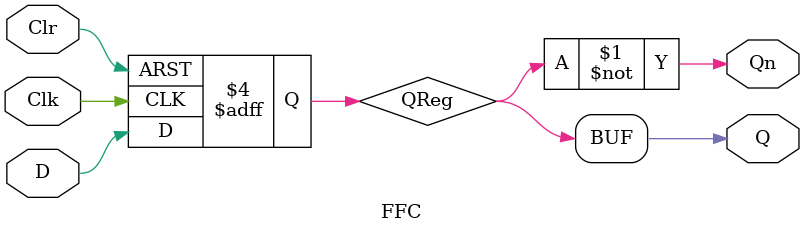
<source format=v>
module FFC (output Q, Qn, input D, Clk, Clr);
  //
  reg  QReg;  // Storage.
  //
  assign #2 Q  =  QReg;
  assign #1 Qn = ~QReg;
  //
  always@(posedge Clk, posedge Clr)
     if (Clr == 1'b1)
          QReg <= 1'b0;
     else QReg <= D;
  //
endmodule // FFC.

</source>
